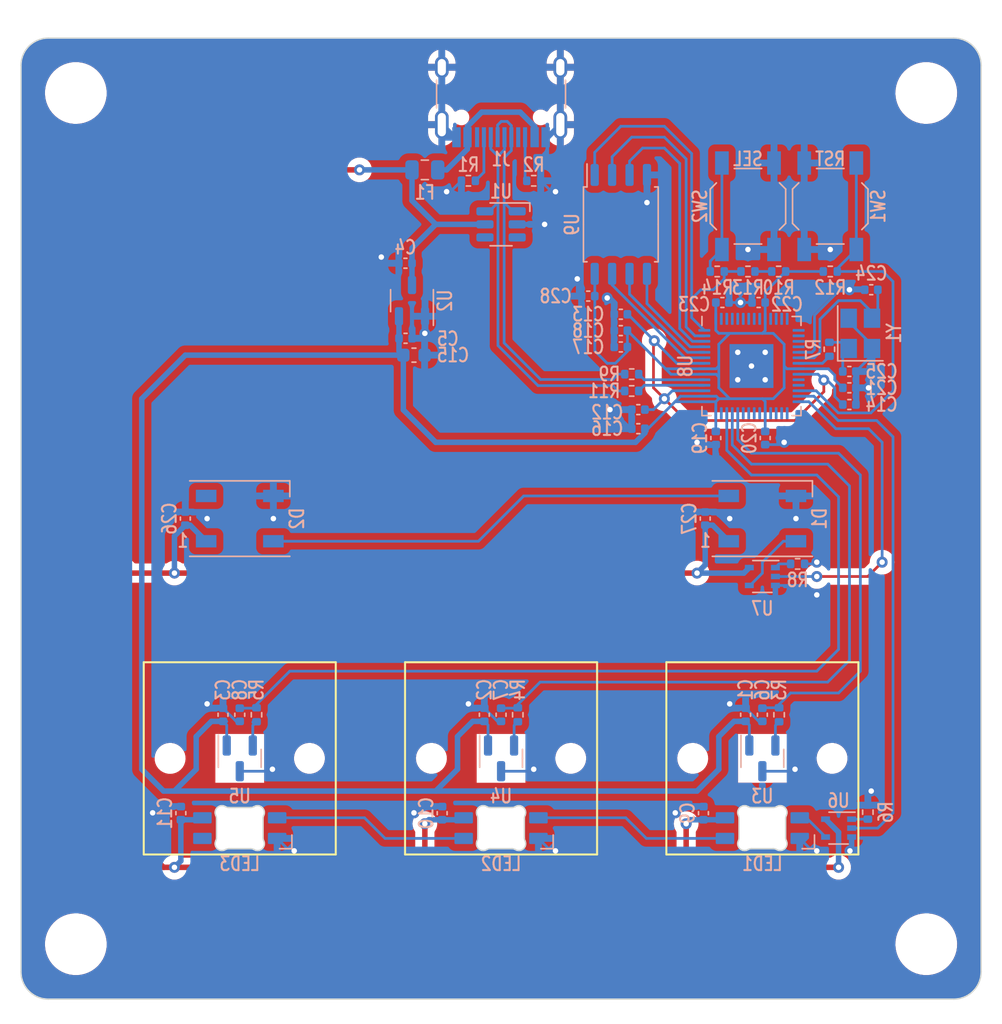
<source format=kicad_pcb>
(kicad_pcb (version 20221018) (generator pcbnew)
  (title_block (title "Haruka (Analog PCB ver.)") (rev "1"))
  (layers (0 "F.Cu" signal) (31 "B.Cu" signal) (34 "B.Paste" user) (35 "F.Paste" user) (36 "B.SilkS" user "B.Silkscreen") (37 "F.SilkS" user "F.Silkscreen") (38 "B.Mask" user) (39 "F.Mask" user) (44 "Edge.Cuts" user))
  (net 0 "")
  (net 1 "+3V3")
  (net 2 "GND")
  (net 3 "+5V")
  (net 4 "HS0")
  (net 5 "HS1")
  (net 6 "HS2")
  (net 7 "+1V1")
  (net 8 "XIN")
  (net 9 "Net-(C25-Pad2)")
  (net 10 "Net-(D1-DIN)")
  (net 11 "Net-(D1-DOUT)")
  (net 13 "VBUS")
  (net 14 "Net-(J1-CC1)")
  (net 15 "D+")
  (net 16 "D-")
  (net 18 "Net-(J1-CC2)")
  (net 20 "Net-(LED1-DOUT)")
  (net 21 "Net-(LED1-DIN)")
  (net 22 "Net-(LED2-DOUT)")
  (net 23 "Net-(U8-USB_DP)")
  (net 25 "Net-(U3-OUT)")
  (net 26 "Net-(U4-OUT)")
  (net 27 "Net-(U5-OUT)")
  (net 28 "Net-(R6-Pad1)")
  (net 29 "Net-(R10-Pad2)")
  (net 30 "Net-(R8-Pad1)")
  (net 31 "XOUT")
  (net 32 "Net-(U8-USB_DM)")
  (net 33 "Net-(R14-Pad1)")
  (net 34 "RGB_HS")
  (net 35 "RESET")
  (net 36 "Q_SEL")
  (net 42 "RGB_GLOW")
  (net 55 "SWCLK")
  (net 56 "SWD")
  (net 67 "Q_IO3")
  (net 68 "Q_CLK")
  (net 69 "Q_IO0")
  (net 70 "Q_IO2")
  (net 71 "Q_IO1")
  (footprint "Custom:KS-20-1U-DRV5056" (layer "F.Cu") (at 69.85 68.2625)
    (fp_text reference "U3")
    (fp_text value "DRV5056A3xDBZxQ1" hide)
  )
  (footprint "MountingHole:MountingHole_4mm" (layer "F.Cu") (at 19.8 19.8)
    (fp_text reference "H1" hide)
    (fp_text value "Mounting Hole")
  )
  (footprint "MountingHole:MountingHole_4mm" (layer "F.Cu") (at 81.8 19.8)
    (fp_text reference "H2" hide)
    (fp_text value "Mounting Hole")
  )
  (footprint "Custom:KS-20-1U-DRV5056" (layer "F.Cu") (at 50.8 68.2625)
    (fp_text reference "U4")
    (fp_text value "DRV5056A3xDBZxQ1" hide)
  )
  (footprint "MountingHole:MountingHole_4mm" (layer "F.Cu") (at 19.8 81.8)
    (fp_text reference "H3" hide)
    (fp_text value "Mounting Hole")
  )
  (footprint "MountingHole:MountingHole_4mm" (layer "F.Cu") (at 81.8 81.8)
    (fp_text reference "H4" hide)
    (fp_text value "Mounting Hole")
  )
  (footprint "Custom:KS-20-1U-DRV5056" (layer "F.Cu") (at 31.749984 68.2625)
    (fp_text reference "U5")
    (fp_text value "DRV5056A3xDBZxQ1" hide)
  )
  (footprint "Package_SO:SOIC-8_5.23x5.23mm_P1.27mm" (layer "B.Cu") (at 59.53125 29.36875 -90)
    (fp_text reference "U9")
    (fp_text value "W25Q128JVS")
  )
  (footprint "Capacitor_SMD:C_0402_1005Metric" (layer "B.Cu") (at 49.579995 65.0875 90)
    (fp_text reference "C2")
    (fp_text value "1uF")
  )
  (footprint "Fuse:Fuse_0805_2012Metric" (layer "B.Cu") (at 45.24375 25.4)
    (fp_text reference "F1")
    (fp_text value "500mA")
  )
  (footprint "Capacitor_SMD:C_0402_1005Metric" (layer "B.Cu") (at 46.505346 72.253806 -90)
    (fp_text reference "C10")
    (fp_text value "100nF")
  )
  (footprint "Resistor_SMD:R_0402_1005Metric" (layer "B.Cu") (at 66.559358 32.8)
    (fp_text reference "R14")
    (fp_text value "1k")
  )
  (footprint "Capacitor_SMD:C_0402_1005Metric" (layer "B.Cu") (at 60.805 42.8625 180)
    (fp_text reference "C12")
    (fp_text value "1uF")
  )
  (footprint "LED_SMD:LED_WS2812B_PLCC4_5.0x5.0mm_P3.2mm" (layer "B.Cu") (at 31.75 50.8)
    (fp_text reference "D2")
    (fp_text value "WS2812B")
  )
  (footprint "Capacitor_SMD:C_0402_1005Metric" (layer "B.Cu") (at 70.05625 44.93 -90)
    (fp_text reference "C20")
    (fp_text value "100nF")
  )
  (footprint "Capacitor_SMD:C_0402_1005Metric" (layer "B.Cu") (at 60.805 44.251557 180)
    (fp_text reference "C16")
    (fp_text value "1uF")
  )
  (footprint "Capacitor_SMD:C_0603_1608Metric" (layer "B.Cu") (at 44.45 38.89375)
    (fp_text reference "C15")
    (fp_text value "10uF")
  )
  (footprint "Capacitor_SMD:C_0402_1005Metric" (layer "B.Cu") (at 76.190543 40.084366 180)
    (fp_text reference "C25")
    (fp_text value "22pF")
  )
  (footprint "Capacitor_SMD:C_0402_1005Metric" (layer "B.Cu") (at 69.57625 35.061382 180)
    (fp_text reference "C22")
    (fp_text value "100nF")
  )
  (footprint "Resistor_SMD:R_0402_1005Metric" (layer "B.Cu") (at 74.8 32.8)
    (fp_text reference "R12")
    (fp_text value "5k1")
  )
  (footprint "Resistor_SMD:R_0402_1005Metric" (layer "B.Cu") (at 48.41875 26.19375 180)
    (fp_text reference "R1")
    (fp_text value "5k1")
  )
  (footprint "Crystal:Crystal_SMD_3225-4Pin_3.2x2.5mm" (layer "B.Cu") (at 76.99375 37.30625 90)
    (fp_text reference "Y1")
    (fp_text value "12MHz")
  )
  (footprint "Package_TO_SOT_SMD:SOT-353_SC-70-5" (layer "B.Cu") (at 69.85 55.017102 180)
    (fp_text reference "U7")
    (fp_text value "74AHCT1G125")
  )
  (footprint "Capacitor_SMD:C_0402_1005Metric" (layer "B.Cu") (at 65.682825 50.8 -90)
    (fp_text reference "C27")
    (fp_text value "100nF")
  )
  (footprint "Capacitor_SMD:C_0402_1005Metric" (layer "B.Cu") (at 59.53125 38.298427 180)
    (fp_text reference "C17")
    (fp_text value "100nF")
  )
  (footprint "Package_TO_SOT_SMD:SOT-23-3" (layer "B.Cu") (at 44.30625 34.925 90)
    (fp_text reference "U2")
    (fp_text value "XC6206P332MR")
  )
  (footprint "Capacitor_SMD:C_0402_1005Metric" (layer "B.Cu") (at 69.85 65.0875 90)
    (fp_text reference "C6")
    (fp_text value "1uF")
  )
  (footprint "Resistor_SMD:R_0402_1005Metric" (layer "B.Cu") (at 71.070005 65.0875 90)
    (fp_text reference "R3")
    (fp_text value "100")
  )
  (footprint "PCM_marbastlib-various:SOT-23-6-routable" (layer "B.Cu") (at 50.8 29.36875 180)
    (fp_text reference "U1")
    (fp_text value "SRV05-4")
  )
  (footprint "Resistor_SMD:R_0402_1005Metric" (layer "B.Cu") (at 77.540316 72.1825 90)
    (fp_text reference "R6")
    (fp_text value "1k")
  )
  (footprint "Capacitor_SMD:C_0402_1005Metric" (layer "B.Cu") (at 57.152335 34.59375 180)
    (fp_text reference "C28")
    (fp_text value "1uF")
  )
  (footprint "Capacitor_SMD:C_0402_1005Metric" (layer "B.Cu") (at 50.8 65.0875 90)
    (fp_text reference "C7")
    (fp_text value "1uF")
  )
  (footprint "Capacitor_SMD:C_0402_1005Metric" (layer "B.Cu") (at 59.53125 37.107801 180)
    (fp_text reference "C18")
    (fp_text value "100nF")
  )
  (footprint "Capacitor_SMD:C_0402_1005Metric" (layer "B.Cu") (at 59.53125 35.917175 180)
    (fp_text reference "C13")
    (fp_text value "100nF")
  )
  (footprint "Capacitor_SMD:C_0402_1005Metric" (layer "B.Cu") (at 66.45625 44.93 -90)
    (fp_text reference "C19")
    (fp_text value "100nF")
  )
  (footprint "Button_Switch_SMD:SW_SPST_TL3342" (layer "B.Cu") (at 68.8 28.05 90)
    (fp_text reference "SW2")
    (fp_text value "SW_Push")
  )
  (footprint "Resistor_SMD:R_0402_1005Metric" (layer "B.Cu") (at 60.325 40.277929)
    (fp_text reference "R9")
    (fp_text value "27")
  )
  (footprint "Capacitor_SMD:C_0402_1005Metric" (layer "B.Cu") (at 65.555346 72.253806 -90)
    (fp_text reference "C9")
    (fp_text value "100nF")
  )
  (footprint "Capacitor_SMD:C_0402_1005Metric" (layer "B.Cu") (at 43.829018 32.2 180)
    (fp_text reference "C4")
    (fp_text value "1uF")
  )
  (footprint "Resistor_SMD:R_0402_1005Metric" (layer "B.Cu") (at 68.8 32.8 180)
    (fp_text reference "R13")
    (fp_text value "5k1")
  )
  (footprint "Resistor_SMD:R_0402_1005Metric" (layer "B.Cu") (at 71.040642 32.8 180)
    (fp_text reference "R10")
    (fp_text value "5k1")
  )
  (footprint "Button_Switch_SMD:SW_SPST_TL3342" (layer "B.Cu") (at 74.8 28.05 -90)
    (fp_text reference "SW1")
    (fp_text value "SW_Push")
  )
  (footprint "Package_TO_SOT_SMD:SOT-353_SC-70-5" (layer "B.Cu") (at 75.40625 73.3425 180)
    (fp_text reference "U6")
    (fp_text value "74AHCT1G125")
  )
  (footprint "Capacitor_SMD:C_0402_1005Metric" (layer "B.Cu") (at 66.93625 35.061382)
    (fp_text reference "C23")
    (fp_text value "100nF")
  )
  (footprint "Capacitor_SMD:C_0402_1005Metric" (layer "B.Cu") (at 77.7875 34.13125)
    (fp_text reference "C24")
    (fp_text value "22pF")
  )
  (footprint "PCM_marbastlib-mx:LED_MX_6028R" (layer "B.Cu") (at 69.85 73.3425 180)
    (fp_text reference "LED1")
    (fp_text value "SK6812MINI-E")
    (fp_line (start -1.699999 0.702843) (end -1.699999 -0.702841) (stroke (width 0.1)) (layer "Edge.Cuts"))
    (fp_line (start -0.794452 -1.499999) (end 0.794452 -1.499999) (stroke (width 0.1)) (layer "Edge.Cuts"))
    (fp_line (start 0.794452 1.5) (end -0.794453 1.5) (stroke (width 0.1)) (layer "Edge.Cuts"))
    (fp_line (start 1.699999 -0.702841) (end 1.699999 0.702843) (stroke (width 0.1)) (layer "Edge.Cuts"))
    (fp_arc (start -1.749484 -0.919719) (mid -1.712527 -0.814067) (end -1.699999 -0.702841) (stroke (width 0.1)) (layer "Edge.Cuts"))
    (fp_arc (start -1.749484 -0.919718) (mid -1.638072 -1.504034) (end -1.046711 -1.568298) (stroke (width 0.1)) (layer "Edge.Cuts"))
    (fp_arc (start -1.699999 0.702844) (mid -1.712527 0.814069) (end -1.749484 0.919721) (stroke (width 0.1)) (layer "Edge.Cuts"))
    (fp_arc (start -1.046711 1.568299) (mid -1.63807 1.504035) (end -1.749484 0.919721) (stroke (width 0.1)) (layer "Edge.Cuts"))
    (fp_arc (start -1.046711 1.568299) (mid -0.925123 1.517377) (end -0.794453 1.5) (stroke (width 0.1)) (layer "Edge.Cuts"))
    (fp_arc (start -0.794452 -1.499999) (mid -0.925123 -1.517376) (end -1.046711 -1.568298) (stroke (width 0.1)) (layer "Edge.Cuts"))
    (fp_arc (start 0.794453 1.500001) (mid 0.925123 1.517378) (end 1.046711 1.5683) (stroke (width 0.1)) (layer "Edge.Cuts"))
    (fp_arc (start 1.04671 -1.568298) (mid 0.925122 -1.517376) (end 0.794452 -1.499999) (stroke (width 0.1)) (layer "Edge.Cuts"))
    (fp_arc (start 1.046711 -1.568296) (mid 1.63807 -1.504033) (end 1.749484 -0.919719) (stroke (width 0.1)) (layer "Edge.Cuts"))
    (fp_arc (start 1.699999 -0.702842) (mid 1.712536 -0.814064) (end 1.749484 -0.919719) (stroke (width 0.1)) (layer "Edge.Cuts"))
    (fp_arc (start 1.749484 0.919721) (mid 1.638072 1.504036) (end 1.046711 1.5683) (stroke (width 0.1)) (layer "Edge.Cuts"))
    (fp_arc (start 1.749484 0.919721) (mid 1.712526 0.814069) (end 1.699999 0.702843) (stroke (width 0.1)) (layer "Edge.Cuts"))
  )
  (footprint "Capacitor_SMD:C_0402_1005Metric" (layer "B.Cu") (at 68.629995 65.0875 90)
    (fp_text reference "C1")
    (fp_text value "1uF")
  )
  (footprint "Resistor_SMD:R_0402_1005Metric" (layer "B.Cu") (at 53.18125 26.19375)
    (fp_text reference "R2")
    (fp_text value "5k1")
  )
  (footprint "PCM_marbastlib-various:USB_C_Receptacle_HRO_TYPE-C-31-M-12" (layer "B.Cu") (at 50.8 18.975)
    (fp_text reference "J1")
    (fp_text value "USB_C_Receptacle_USB2.0")
  )
  (footprint "Resistor_SMD:R_0402_1005Metric" (layer "B.Cu") (at 74.737261 38.46792 -90)
    (fp_text reference "R7")
    (fp_text value "1k")
  )
  (footprint "Capacitor_SMD:C_0402_1005Metric" (layer "B.Cu") (at 76.190543 41.274992)
    (fp_text reference "C21")
    (fp_text value "100nF")
  )
  (footprint "Capacitor_SMD:C_0402_1005Metric" (layer "B.Cu") (at 76.190543 42.490618)
    (fp_text reference "C14")
    (fp_text value "100nF")
  )
  (footprint "Package_DFN_QFN:QFN-56-1EP_7x7mm_P0.4mm_EP3.2x3.2mm" (layer "B.Cu") (at 69.05625 39.6875 -90)
    (fp_text reference "U8")
    (fp_text value "RP2040")
  )
  (footprint "Capacitor_SMD:C_0402_1005Metric" (layer "B.Cu") (at 27.780361 50.8 -90)
    (fp_text reference "C26")
    (fp_text value "100nF")
  )
  (footprint "Resistor_SMD:R_0402_1005Metric" (layer "B.Cu") (at 60.325 41.503222)
    (fp_text reference "R11")
    (fp_text value "27")
  )
  (footprint "PCM_marbastlib-mx:LED_MX_6028R" (layer "B.Cu") (at 31.75 73.3425 180)
    (fp_text reference "LED3")
    (fp_text value "SK6812MINI-E")
    (fp_line (start -1.699999 0.702843) (end -1.699999 -0.702841) (stroke (width 0.1)) (layer "Edge.Cuts"))
    (fp_line (start -0.794452 -1.499999) (end 0.794452 -1.499999) (stroke (width 0.1)) (layer "Edge.Cuts"))
    (fp_line (start 0.794452 1.5) (end -0.794453 1.5) (stroke (width 0.1)) (layer "Edge.Cuts"))
    (fp_line (start 1.699999 -0.702841) (end 1.699999 0.702843) (stroke (width 0.1)) (layer "Edge.Cuts"))
    (fp_arc (start -1.749484 -0.919719) (mid -1.712527 -0.814067) (end -1.699999 -0.702841) (stroke (width 0.1)) (layer "Edge.Cuts"))
    (fp_arc (start -1.749484 -0.919718) (mid -1.638072 -1.504034) (end -1.046711 -1.568298) (stroke (width 0.1)) (layer "Edge.Cuts"))
    (fp_arc (start -1.699999 0.702844) (mid -1.712527 0.814069) (end -1.749484 0.919721) (stroke (width 0.1)) (layer "Edge.Cuts"))
    (fp_arc (start -1.046711 1.568299) (mid -1.63807 1.504035) (end -1.749484 0.919721) (stroke (width 0.1)) (layer "Edge.Cuts"))
    (fp_arc (start -1.046711 1.568299) (mid -0.925123 1.517377) (end -0.794453 1.5) (stroke (width 0.1)) (layer "Edge.Cuts"))
    (fp_arc (start -0.794452 -1.499999) (mid -0.925123 -1.517376) (end -1.046711 -1.568298) (stroke (width 0.1)) (layer "Edge.Cuts"))
    (fp_arc (start 0.794453 1.500001) (mid 0.925123 1.517378) (end 1.046711 1.5683) (stroke (width 0.1)) (layer "Edge.Cuts"))
    (fp_arc (start 1.04671 -1.568298) (mid 0.925122 -1.517376) (end 0.794452 -1.499999) (stroke (width 0.1)) (layer "Edge.Cuts"))
    (fp_arc (start 1.046711 -1.568296) (mid 1.63807 -1.504033) (end 1.749484 -0.919719) (stroke (width 0.1)) (layer "Edge.Cuts"))
    (fp_arc (start 1.699999 -0.702842) (mid 1.712536 -0.814064) (end 1.749484 -0.919719) (stroke (width 0.1)) (layer "Edge.Cuts"))
    (fp_arc (start 1.749484 0.919721) (mid 1.638072 1.504036) (end 1.046711 1.5683) (stroke (width 0.1)) (layer "Edge.Cuts"))
    (fp_arc (start 1.749484 0.919721) (mid 1.712526 0.814069) (end 1.699999 0.702843) (stroke (width 0.1)) (layer "Edge.Cuts"))
  )
  (footprint "Resistor_SMD:R_0402_1005Metric" (layer "B.Cu") (at 52.020005 65.0875 90)
    (fp_text reference "R4")
    (fp_text value "100")
  )
  (footprint "Capacitor_SMD:C_0402_1005Metric" (layer "B.Cu") (at 27.455346 72.253806 -90)
    (fp_text reference "C11")
    (fp_text value "100nF")
  )
  (footprint "Resistor_SMD:R_0402_1005Metric" (layer "B.Cu") (at 72.420483 54.099332)
    (fp_text reference "R8")
    (fp_text value "1k")
  )
  (footprint "LED_SMD:LED_WS2812B_PLCC4_5.0x5.0mm_P3.2mm" (layer "B.Cu") (at 69.85 50.8)
    (fp_text reference "D1")
    (fp_text value "WS2812B")
  )
  (footprint "PCM_marbastlib-mx:LED_MX_6028R" (layer "B.Cu") (at 50.8 73.3425 180)
    (fp_text reference "LED2")
    (fp_text value "SK6812MINI-E")
    (fp_line (start -1.699999 0.702843) (end -1.699999 -0.702841) (stroke (width 0.1)) (layer "Edge.Cuts"))
    (fp_line (start -0.794452 -1.499999) (end 0.794452 -1.499999) (stroke (width 0.1)) (layer "Edge.Cuts"))
    (fp_line (start 0.794452 1.5) (end -0.794453 1.5) (stroke (width 0.1)) (layer "Edge.Cuts"))
    (fp_line (start 1.699999 -0.702841) (end 1.699999 0.702843) (stroke (width 0.1)) (layer "Edge.Cuts"))
    (fp_arc (start -1.749484 -0.919719) (mid -1.712527 -0.814067) (end -1.699999 -0.702841) (stroke (width 0.1)) (layer "Edge.Cuts"))
    (fp_arc (start -1.749484 -0.919718) (mid -1.638072 -1.504034) (end -1.046711 -1.568298) (stroke (width 0.1)) (layer "Edge.Cuts"))
    (fp_arc (start -1.699999 0.702844) (mid -1.712527 0.814069) (end -1.749484 0.919721) (stroke (width 0.1)) (layer "Edge.Cuts"))
    (fp_arc (start -1.046711 1.568299) (mid -1.63807 1.504035) (end -1.749484 0.919721) (stroke (width 0.1)) (layer "Edge.Cuts"))
    (fp_arc (start -1.046711 1.568299) (mid -0.925123 1.517377) (end -0.794453 1.5) (stroke (width 0.1)) (layer "Edge.Cuts"))
    (fp_arc (start -0.794452 -1.499999) (mid -0.925123 -1.517376) (end -1.046711 -1.568298) (stroke (width 0.1)) (layer "Edge.Cuts"))
    (fp_arc (start 0.794453 1.500001) (mid 0.925123 1.517378) (end 1.046711 1.5683) (stroke (width 0.1)) (layer "Edge.Cuts"))
    (fp_arc (start 1.04671 -1.568298) (mid 0.925122 -1.517376) (end 0.794452 -1.499999) (stroke (width 0.1)) (layer "Edge.Cuts"))
    (fp_arc (start 1.046711 -1.568296) (mid 1.63807 -1.504033) (end 1.749484 -0.919719) (stroke (width 0.1)) (layer "Edge.Cuts"))
    (fp_arc (start 1.699999 -0.702842) (mid 1.712536 -0.814064) (end 1.749484 -0.919719) (stroke (width 0.1)) (layer "Edge.Cuts"))
    (fp_arc (start 1.749484 0.919721) (mid 1.638072 1.504036) (end 1.046711 1.5683) (stroke (width 0.1)) (layer "Edge.Cuts"))
    (fp_arc (start 1.749484 0.919721) (mid 1.712526 0.814069) (end 1.699999 0.702843) (stroke (width 0.1)) (layer "Edge.Cuts"))
  )
  (footprint "Capacitor_SMD:C_0402_1005Metric" (layer "B.Cu") (at 30.529995 65.0875 90)
    (fp_text reference "C3")
    (fp_text value "1uF")
  )
  (footprint "Resistor_SMD:R_0402_1005Metric" (layer "B.Cu") (at 32.970005 65.0875 90)
    (fp_text reference "R5")
    (fp_text value "100")
  )
  (footprint "Capacitor_SMD:C_0402_1005Metric" (layer "B.Cu") (at 43.838258 37.667151)
    (fp_text reference "C5")
    (fp_text value "1uF")
  )
  (footprint "Capacitor_SMD:C_0402_1005Metric" (layer "B.Cu") (at 31.75 65.0875 90)
    (fp_text reference "C8")
    (fp_text value "1uF")
  )
  (gr_line (start 83.8 15.8) (end 17.8 15.8) (stroke (width 0.1)) (layer "Edge.Cuts"))
  (gr_arc (start 85.8 83.8) (mid 85.21419 85.214198) (end 83.8 85.8) (stroke (width 0.1)) (layer "Edge.Cuts"))
  (gr_line (start 85.8 17.8) (end 85.8 83.8) (stroke (width 0.1)) (layer "Edge.Cuts"))
  (gr_line (start 83.8 85.8) (end 17.8 85.8) (stroke (width 0.1)) (layer "Edge.Cuts"))
  (gr_arc (start 17.8 85.8) (mid 16.385776 85.214224) (end 15.8 83.8) (stroke (width 0.1)) (layer "Edge.Cuts"))
  (gr_line (start 15.8 83.8) (end 15.8 17.8) (stroke (width 0.1)) (layer "Edge.Cuts"))
  (gr_arc (start 15.8 17.8) (mid 16.385788 16.385788) (end 17.8 15.8) (stroke (width 0.1)) (layer "Edge.Cuts"))
  (gr_arc (start 83.8 15.8) (mid 85.214209 16.385791) (end 85.8 17.8) (stroke (width 0.1)) (layer "Edge.Cuts"))
  (gr_text "SEL" (at 68.8 24.604913) (layer "B.SilkS") (effects (font (size 1 0.8)) (justify mirror)))
  (gr_text "RST" (at 74.8 24.604913) (layer "B.SilkS") (effects (font (size 1 0.8)) (justify mirror)))
  (segment (start 63.479691 42.2875) (end 61.515634 44.251557) (width 0.2) (layer "B.Cu") (net 1))
  (segment (start 43.35625 37.665143) (end 43.358258 37.667151) (width 0.4) (layer "B.Cu") (net 1))
  (segment (start 75.130543 40.694992) (end 75.710543 41.274992) (width 0.2) (layer "B.Cu") (net 1))
  (segment (start 60.01125 37.107801) (end 60.01125 38.298427) (width 0.2) (layer "B.Cu") (net 1))
  (segment (start 70.05625 35.061382) (end 70.05625 34.294392) (width 0.2) (layer "B.Cu") (net 1))
  (segment (start 66.675 38.1) (end 66.675 39.6875) (width 0.2) (layer "B.Cu") (net 1))
  (segment (start 30.8 67.325) (end 30.8 65.837505) (width 0.2) (layer "B.Cu") (net 1))
  (segment (start 46.0375 70.64375) (end 47.625 69.05625) (width 0.4) (layer "B.Cu") (net 1))
  (segment (start 66.475 39.8875) (end 66.675 39.6875) (width 0.2) (layer "B.Cu") (net 1))
  (segment (start 65.0875 70.64375) (end 66.675 69.05625) (width 0.4) (layer "B.Cu") (net 1))
  (segment (start 29.6825 65.5675) (end 30.529995 65.5675) (width 0.4) (layer "B.Cu") (net 1))
  (segment (start 70.05625 36.25) (end 70.05625 35.061382) (width 0.2) (layer "B.Cu") (net 1))
  (segment (start 67.7825 65.5675) (end 68.629995 65.5675) (width 0.4) (layer "B.Cu") (net 1))
  (segment (start 61.515634 44.251557) (end 61.285 44.251557) (width 0.2) (layer "B.Cu") (net 1))
  (segment (start 57.632335 32.974835) (end 57.62625 32.96875) (width 0.2) (layer "B.Cu") (net 1))
  (segment (start 74.661593 39.8875) (end 75.130543 40.35645) (width 0.2) (layer "B.Cu") (net 1))
  (segment (start 66.45625 43.125) (end 66.45625 42.2875) (width 0.2) (layer "B.Cu") (net 1))
  (segment (start 43.675 42.88125) (end 46.0375 45.24375) (width 0.4) (layer "B.Cu") (net 1))
  (segment (start 26.9875 70.64375) (end 28.575 69.05625) (width 0.4) (layer "B.Cu") (net 1))
  (segment (start 66.675 40.48125) (end 66.675 41.275) (width 0.2) (layer "B.Cu") (net 1))
  (segment (start 47.625 66.675) (end 48.7325 65.5675) (width 0.4) (layer "B.Cu") (net 1))
  (segment (start 71.4375 41.275) (end 71.4375 39.6875) (width 0.2) (layer "B.Cu") (net 1))
  (segment (start 66.45625 37.0875) (end 66.675 37.30625) (width 0.2) (layer "B.Cu") (net 1))
  (segment (start 57.632335 38.582335) (end 57.632351 38.582335) (width 0.2) (layer "B.Cu") (net 1))
  (segment (start 75.130543 40.35645) (end 75.130543 40.694992) (width 0.2) (layer "B.Cu") (net 1))
  (segment (start 61.285 44.561556) (end 61.285 44.251557) (width 0.4) (layer "B.Cu") (net 1))
  (segment (start 65.61875 39.8875) (end 62.790949 39.8875) (width 0.2) (layer "B.Cu") (net 1))
  (segment (start 66.675 39.6875) (end 66.675 40.48125) (width 0.2) (layer "B.Cu") (net 1))
  (segment (start 60.01125 38.612185) (end 60.01125 38.298427) (width 0.2) (layer "B.Cu") (net 1))
  (segment (start 63.879691 41.8875) (end 63.479691 42.2875) (width 0.2) (layer "B.Cu") (net 1))
  (segment (start 26.19375 70.64375) (end 26.9875 70.64375) (width 0.4) (layer "B.Cu") (net 1))
  (segment (start 71.6375 39.8875) (end 71.4375 39.6875) (width 0.2) (layer "B.Cu") (net 1))
  (segment (start 43.675 38.89375) (end 27.78125 38.89375) (width 0.4) (layer "B.Cu") (net 1))
  (segment (start 66.675 41.275) (end 67.46875 42.06875) (width 0.2) (layer "B.Cu") (net 1))
  (segment (start 71.4375 39.6875) (end 71.4375 38.1) (width 0.2) (layer "B.Cu") (net 1))
  (segment (start 72.49375 39.8875) (end 71.6375 39.8875) (width 0.2) (layer "B.Cu") (net 1))
  (segment (start 49.840937 67.315937) (end 49.85 67.325) (width 0.2) (layer "B.Cu") (net 1))
  (segment (start 43.675 38.89375) (end 43.675 42.88125) (width 0.4) (layer "B.Cu") (net 1))
  (segment (start 43.35625 36.0625) (end 43.35625 37.665143) (width 0.4) (layer "B.Cu") (net 1))
  (segment (start 66.675 66.675) (end 67.7825 65.5675) (width 0.4) (layer "B.Cu") (net 1))
  (segment (start 70.64375 37.30625) (end 69.85 37.30625) (width 0.2) (layer "B.Cu") (net 1))
  (segment (start 66.49375 41.8875) (end 65.61875 41.8875) (width 0.2) (layer "B.Cu") (net 1))
  (segment (start 66.45625 36.25) (end 66.45625 37.0875) (width 0.2) (layer "B.Cu") (net 1))
  (segment (start 66.675 37.30625) (end 67.46875 37.30625) (width 0.2) (layer "B.Cu") (net 1))
  (segment (start 69.85 37.30625) (end 67.46875 37.30625) (width 0.2) (layer "B.Cu") (net 1))
  (segment (start 27.78125 38.89375) (end 24.60625 42.06875) (width 0.4) (layer "B.Cu") (net 1))
  (segment (start 71.550642 32.8) (end 74.29 32.8) (width 0.2) (layer "B.Cu") (net 1))
  (segment (start 66.45625 35.061382) (end 66.45625 36.25) (width 0.2) (layer "B.Cu") (net 1))
  (segment (start 70.05625 36.25) (end 70.05625 37.1) (width 0.2) (layer "B.Cu") (net 1))
  (segment (start 65.61875 40.2875) (end 66.48125 40.2875) (width 0.2) (layer "B.Cu") (net 1))
  (segment (start 43.358258 37.667151) (end 43.358258 38.577008) (width 0.4) (layer "B.Cu") (net 1))
  (segment (start 70.05625 37.1) (end 69.85 37.30625) (width 0.2) (layer "B.Cu") (net 1))
  (segment (start 70.05625 43.125) (end 70.05625 42.275) (width 0.2) (layer "B.Cu") (net 1))
  (segment (start 49.85 65.837505) (end 49.579995 65.5675) (width 0.2) (layer "B.Cu") (net 1))
  (segment (start 30.8 65.837505) (end 30.529995 65.5675) (width 0.2) (layer "B.Cu") (net 1))
  (segment (start 70.05625 42.275) (end 69.85 42.06875) (width 0.2) (layer "B.Cu") (net 1))
  (segment (start 65.61875 42.2875) (end 66.45625 42.2875) (width 0.2) (layer "B.Cu") (net 1))
  (segment (start 71.4375 38.1) (end 70.64375 37.30625) (width 0.2) (layer "B.Cu") (net 1))
  (segment (start 66.45625 43.125) (end 66.45625 44.45) (width 0.2) (layer "B.Cu") (net 1))
  (segment (start 67.46875 42.06875) (end 69.85 42.06875) (width 0.2) (layer "B.Cu") (net 1))
  (segment (start 24.60625 69.05625) (end 26.19375 70.64375) (width 0.4) (layer "B.Cu") (net 1))
  (segment (start 66.48125 40.2875) (end 66.675 40.48125) (width 0.2) (layer "B.Cu") (net 1))
  (segment (start 63.190949 40.2875) (end 62.790949 39.8875) (width 0.2) (layer "B.Cu") (net 1))
  (segment (start 67.46875 37.30625) (end 66.675 38.1) (width 0.2) (layer "B.Cu") (net 1))
  (segment (start 28.575 69.05625) (end 28.575 66.675) (width 0.4) (layer "B.Cu") (net 1))
  (segment (start 46.0375 45.24375) (end 60.602806 45.24375) (width 0.4) (layer "B.Cu") (net 1))
  (segment (start 68.9 65.837505) (end 68.629995 65.5675) (width 0.2) (layer "B.Cu") (net 1))
  (segment (start 28.575 66.675) (end 29.6825 65.5675) (width 0.4) (layer "B.Cu") (net 1))
  (segment (start 69.85 42.06875) (end 70.64375 42.06875) (width 0.2) (layer "B.Cu") (net 1))
  (segment (start 70.05625 34.294392) (end 71.550642 32.8) (width 0.2) (layer "B.Cu") (net 1))
  (segment (start 65.61875 42.2875) (end 63.479691 42.2875) (width 0.2) (layer "B.Cu") (net 1))
  (segment (start 65.61875 39.8875) (end 66.475 39.8875) (width 0.2) (layer "B.Cu") (net 1))
  (segment (start 68.890937 67.315937) (end 68.9 67.325) (width 0.2) (layer "B.Cu") (net 1))
  (segment (start 43.358258 38.577008) (end 43.675 38.89375) (width 0.4) (layer "B.Cu") (net 1))
  (segment (start 62.790949 39.8875) (end 60.01125 37.107801) (width 0.2) (layer "B.Cu") (net 1))
  (segment (start 65.61875 40.2875) (end 63.190949 40.2875) (width 0.2) (layer "B.Cu") (net 1))
  (segment (start 66.45625 42.2875) (end 66.675 42.06875) (width 0.2) (layer "B.Cu") (net 1))
  (segment (start 24.60625 42.06875) (end 24.60625 69.05625) (width 0.4) (layer "B.Cu") (net 1))
  (segment (start 57.632335 38.582335) (end 57.632335 34.59375) (width 0.2) (layer "B.Cu") (net 1))
  (segment (start 57.632335 34.59375) (end 57.632335 32.974835) (width 0.2) (layer "B.Cu") (net 1))
  (segment (start 72.49375 39.8875) (end 74.661593 39.8875) (width 0.2) (layer "B.Cu") (net 1))
  (segment (start 26.9875 70.64375) (end 46.0375 70.64375) (width 0.4) (layer "B.Cu") (net 1))
  (segment (start 48.7325 65.5675) (end 49.579995 65.5675) (width 0.4) (layer "B.Cu") (net 1))
  (segment (start 70.05625 44.45) (end 70.05625 43.125) (width 0.2) (layer "B.Cu") (net 1))
  (segment (start 66.675 69.05625) (end 66.675 66.675) (width 0.4) (layer "B.Cu") (net 1))
  (segment (start 66.675 42.06875) (end 67.46875 42.06875) (width 0.2) (layer "B.Cu") (net 1))
  (segment (start 68.9 67.325) (end 68.9 65.837505) (width 0.2) (layer "B.Cu") (net 1))
  (segment (start 59.134382 39.489053) (end 60.01125 38.612185) (width 0.2) (layer "B.Cu") (net 1))
  (segment (start 58.539069 39.489053) (end 59.134382 39.489053) (width 0.2) (layer "B.Cu") (net 1))
  (segment (start 49.85 67.325) (end 49.85 65.837505) (width 0.2) (layer "B.Cu") (net 1))
  (segment (start 57.632351 38.582335) (end 58.539069 39.489053) (width 0.2) (layer "B.Cu") (net 1))
  (segment (start 30.8 65.576563) (end 30.790937 65.5675) (width 0.2) (layer "B.Cu") (net 1))
  (segment (start 60.602806 45.24375) (end 61.285 44.561556) (width 0.4) (layer "B.Cu") (net 1))
  (segment (start 65.61875 41.8875) (end 63.879691 41.8875) (width 0.2) (layer "B.Cu") (net 1))
  (segment (start 70.64375 42.06875) (end 71.4375 41.275) (width 0.2) (layer "B.Cu") (net 1))
  (segment (start 47.625 69.05625) (end 47.625 66.675) (width 0.4) (layer "B.Cu") (net 1))
  (segment (start 46.0375 70.64375) (end 65.0875 70.64375) (width 0.4) (layer "B.Cu") (net 1))
  (segment (start 66.675 42.06875) (end 66.49375 41.8875) (width 0.2) (layer "B.Cu") (net 1))
  (via (at 73.81875 75) (size 0.8) (drill 0.4) (layers "F.Cu" "B.Cu") (net 2))
  (via (at 68.25625 35.061382) (size 0.8) (drill 0.4) (layers "F.Cu" "B.Cu") (net 2))
  (via (at 65.0875 45.24375) (size 0.8) (drill 0.4) (layers "F.Cu" "B.Cu") (net 2))
  (via (at 29.36875 64.29375) (size 0.8) (drill 0.4) (layers "F.Cu" "B.Cu") (net 2))
  (via (at 72.23125 69.05625) (size 0.8) (drill 0.4) (layers "F.Cu" "B.Cu") (net 2))
  (via (at 77.589085 41.274992) (size 0.8) (drill 0.4) (layers "F.Cu" "B.Cu") (net 2))
  (via (at 71.4375 45.24375) (size 0.8) (drill 0.4) (layers "F.Cu" "B.Cu") (net 2))
  (via (at 68.05625 40.6875) (size 0.8) (drill 0.4) (layers "F.Cu" "B.Cu") (net 2))
  (via (at 58.7375 42.8625) (size 0.8) (drill 0.4) (layers "F.Cu" "B.Cu") (net 2))
  (via (at 44.45 72.23125) (size 0.8) (drill 0.4) (layers "F.Cu" "B.Cu") (net 2))
  (via (at 77.7875 70.64375) (size 0.8) (drill 0.4) (layers "F.Cu" "B.Cu") (net 2))
  (via (at 35.71875 75) (size 0.8) (drill 0.4) (layers "F.Cu" "B.Cu") (net 2))
  (via (at 70.05625 38.6875) (size 0.8) (drill 0.4) (layers "F.Cu" "B.Cu") (net 2))
  (via (at 61.43625 27.78125) (size 0.8) (drill 0.4) (layers "F.Cu" "B.Cu") (net 2))
  (via (at 45.24375 37.30625) (size 0.8) (drill 0.4) (layers "F.Cu" "B.Cu") (net 2))
  (via (at 56.35625 33.3375) (size 0.8) (drill 0.4) (layers "F.Cu" "B.Cu") (net 2))
  (via (at 76.23404 75) (size 0.8) (drill 0.4) (layers "F.Cu" "B.Cu") (net 2))
  (via (at 68.8 31.2) (size 0.8) (drill 0.4) (layers "F.Cu" "B.Cu") (net 2))
  (via (at 34.2 50.8) (size 0.8) (drill 0.4) (layers "F.Cu" "B.Cu") (net 2))
  (via (at 58.539069 34.726549) (size 0.8) (drill 0.4) (layers "F.Cu" "B.Cu") (net 2))
  (via (at 67.46875 64.29375) (size 0.8) (drill 0.4) (layers "F.Cu" "B.Cu") (net 2))
  (via (at 54.76875 75) (size 0.8) (drill 0.4) (layers "F.Cu" "B.Cu") (net 2))
  (via (at 54.76875 26.9875) (size 0.8) (drill 0.4) (layers "F.Cu" "B.Cu") (net 2))
  (via (at 34.13125 69.05625) (size 0.8) (drill 0.4) (layers "F.Cu" "B.Cu") (net 2))
  (via (at 29.368732 50.8) (size 0.8) (drill 0.4) (layers "F.Cu" "B.Cu") (net 2))
  (via (at 68.05625 38.6875) (size 0.8) (drill 0.4) (layers "F.Cu" "B.Cu") (net 2))
  (via (at 48.41875 64.29375) (size 0.8) (drill 0.4) (layers "F.Cu" "B.Cu") (net 2))
  (via (at 73.81875 56.35625) (size 0.8) (drill 0.4) (layers "F.Cu" "B.Cu") (net 2))
  (via (at 53.18125 69.05625) (size 0.8) (drill 0.4) (layers "F.Cu" "B.Cu") (net 2))
  (via (at 69.05625 39.6875) (size 0.8) (drill 0.4) (layers "F.Cu" "B.Cu") (net 2))
  (via (at 74.8 31.2) (size 0.8) (drill 0.4) (layers "F.Cu" "B.Cu") (net 2))
  (via (at 76.2 34.13125) (size 0.8) (drill 0.4) (layers "F.Cu" "B.Cu") (net 2))
  (via (at 42.06875 31.75) (size 0.8) (drill 0.4) (layers "F.Cu" "B.Cu") (net 2))
  (via (at 63.5 72.23125) (size 0.8) (drill 0.4) (layers "F.Cu" "B.Cu") (net 2))
  (via (at 25.4 72.23125) (size 0.8) (drill 0.4) (layers "F.Cu" "B.Cu") (net 2))
  (via (at 46.83125 26.9875) (size 0.8) (drill 0.4) (layers "F.Cu" "B.Cu") (net 2))
  (via (at 67.468764 50.8) (size 0.8) (drill 0.4) (layers "F.Cu" "B.Cu") (net 2))
  (via (at 72.3 50.8) (size 0.8) (drill 0.4) (layers "F.Cu" "B.Cu") (net 2))
  (via (at 70.05625 40.6875) (size 0.8) (drill 0.4) (layers "F.Cu" "B.Cu") (net 2))
  (via (at 53.975 29.36875) (size 0.8) (drill 0.4) (layers "F.Cu" "B.Cu") (net 2))
  (via (at 73.81875 53.975) (size 0.8) (drill 0.4) (layers "F.Cu" "B.Cu") (net 2))
  (segment (start 56.35625 34.277665) (end 56.35625 33.3375) (width 0.2) (layer "B.Cu") (net 2))
  (segment (start 73.4825 75) (end 73.81875 75) (width 0.2) (layer "B.Cu") (net 2))
  (segment (start 50.8 65.5675) (end 50.539995 65.5675) (width 0.2) (layer "B.Cu") (net 2))
  (segment (start 45.25625 36.0625) (end 45.25625 37.29375) (width 0.4) (layer "B.Cu") (net 2))
  (segment (start 35.3825 75) (end 35.71875 75) (width 0.2) (layer "B.Cu") (net 2))
  (segment (start 27.780361 50.32) (end 28.888732 50.32) (width 0.4) (layer "B.Cu") (net 2))
  (segment (start 50.539995 65.5675) (end 49.579995 64.6075) (width 0.2) (layer "B.Cu") (net 2))
  (segment (start 53.0375 69.2) (end 53.18125 69.05625) (width 0.2) (layer "B.Cu") (net 2))
  (segment (start 77.3075 34.13125) (end 76.2 34.13125) (width 0.2) (layer "B.Cu") (net 2))
  (segment (start 25.857444 71.773806) (end 25.4 72.23125) (width 0.2) (layer "B.Cu") (net 2))
  (segment (start 72.575 74.0925) (end 73.4825 75) (width 0.2) (layer "B.Cu") (net 2))
  (segment (start 73.694418 54.099332) (end 73.81875 53.975) (width 0.2) (layer "B.Cu") (net 2))
  (segment (start 60.325 44.251557) (end 60.126557 44.251557) (width 0.4) (layer "B.Cu") (net 2))
  (segment (start 53.525 74.0925) (end 54.4325 75) (width 0.2) (layer "B.Cu") (net 2))
  (segment (start 45.225 38.89375) (end 45.225 37.325) (width 0.4) (layer "B.Cu") (net 2))
  (segment (start 69.85 65.5675) (end 69.589995 65.5675) (width 0.2) (layer "B.Cu") (net 2))
  (segment (start 47.395 23.02) (end 46.48 22.105) (width 0.4) (layer "B.Cu") (net 2))
  (segment (start 70.05625 45.41) (end 71.27125 45.41) (width 0.2) (layer "B.Cu") (net 2))
  (segment (start 76.670543 42.490618) (end 76.670543 41.274992) (width 0.2) (layer "B.Cu") (net 2))
  (segment (start 61.43625 25.76875) (end 61.43625 27.78125) (width 0.2) (layer "B.Cu") (net 2))
  (segment (start 31.75 69.2) (end 33.9875 69.2) (width 0.2) (layer "B.Cu") (net 2))
  (segment (start 77.84375 38.911159) (end 77.84375 38.40625) (width 0.2) (layer "B.Cu") (net 2))
  (segment (start 67.41625 35.061382) (end 68.25625 35.061382) (width 0.2) (layer "B.Cu") (net 2))
  (segment (start 56.672335 34.59375) (end 56.35625 34.277665) (width 0.2) (layer "B.Cu") (net 2))
  (segment (start 60.126557 44.251557) (end 58.7375 42.8625) (width 0.4) (layer "B.Cu") (net 2))
  (segment (start 59.05125 37.107801) (end 59.05125 35.917175) (width 0.2) (layer "B.Cu") (net 2))
  (segment (start 66.988764 50.32) (end 67.468764 50.8) (width 0.4) (layer "B.Cu") (net 2))
  (segment (start 59.05125 35.23873) (end 58.539069 34.726549) (width 0.2) (layer "B.Cu") (net 2))
  (segment (start 43.349018 32.2) (end 42.51875 32.2) (width 0.4) (layer "B.Cu") (net 2))
  (segment (start 50.8 65.5675) (end 50.8 65.566563) (width 0.2) (layer "B.Cu") (net 2))
  (segment (start 77.540316 70.890934) (end 77.7875 70.64375) (width 0.2) (layer "B.Cu") (net 2))
  (segment (start 76.14375 36.20625) (end 76.14375 36.45625) (width 0.2) (layer "B.Cu") (net 2))
  (segment (start 34.2 49.15) (end 34.2 50.8) (width 0.2) (layer "B.Cu") (net 2))
  (segment (start 75.50283 34.13125) (end 76.2 34.13125) (width 0.2) (layer "B.Cu") (net 2))
  (segment (start 30.529995 64.6075) (end 29.6825 64.6075) (width 0.2) (layer "B.Cu") (net 2))
  (segment (start 70.7 31.2) (end 68.8 31.2) (width 0.2) (layer "B.Cu") (net 2))
  (segment (start 34.475 74.0925) (end 35.3825 75) (width 0.2) (layer "B.Cu") (net 2))
  (segment (start 47.115 26.9875) (end 46.83125 26.9875) (width 0.2) (layer "B.Cu") (net 2))
  (segment (start 47.90875 26.19375) (end 47.115 26.9875) (width 0.2) (layer "B.Cu") (net 2))
  (segment (start 69.85 65.5675) (end 69.85 65.566563) (width 0.2) (layer "B.Cu") (net 2))
  (segment (start 70.8 55.667102) (end 73.129602 55.667102) (width 0.2) (layer "B.Cu") (net 2))
  (segment (start 46.505346 71.773806) (end 44.907444 71.773806) (width 0.2) (layer "B.Cu") (net 2))
  (segment (start 72.9 31.2) (end 74.8 31.2) (width 0.2) (layer "B.Cu") (net 2))
  (segment (start 60.325 44.251557) (end 60.325 42.8625) (width 0.4) (layer "B.Cu") (net 2))
  (segment (start 76.670543 40.084366) (end 77.84375 38.911159) (width 0.2) (layer "B.Cu") (net 2))
  (segment (start 54.4325 75) (end 54.76875 75) (width 0.2) (layer "B.Cu") (net 2))
  (segment (start 73.651187 35.982893) (end 75.50283 34.13125) (width 0.2) (layer "B.Cu") (net 2))
  (segment (start 46.48 22.105) (end 46.48 17.925) (width 0.4) (layer "B.Cu") (net 2))
  (segment (start 31.489995 65.5675) (end 30.529995 64.6075) (width 0.2) (layer "B.Cu") (net 2))
  (segment (start 65.25375 45.41) (end 65.0875 45.24375) (width 0.2) (layer "B.Cu") (net 2))
  (segment (start 66.45625 45.41) (end 65.25375 45.41) (width 0.2) (layer "B.Cu") (net 2))
  (segment (start 65.682825 50.32) (end 66.988764 50.32) (width 0.4) (layer "B.Cu") (net 2))
  (segment (start 76.35625 73.9925) (end 76.35625 74.87779) (width 0.2) (layer "B.Cu") (net 2))
  (segment (start 44.907444 71.773806) (end 44.45 72.23125) (width 0.2) (layer "B.Cu") (net 2))
  (segment (start 54.05 23.02) (end 54.205 23.02) (width 0.4) (layer "B.Cu") (net 2))
  (segment (start 71.27125 45.41) (end 71.4375 45.24375) (width 0.2) (layer "B.Cu") (net 2))
  (segment (start 45.25625 37.29375) (end 45.24375 37.30625) (width 0.4) (layer "B.Cu") (net 2))
  (segment (start 76.14375 36.45625) (end 77.84375 38.15625) (width 0.2) (layer "B.Cu") (net 2))
  (segment (start 31.75 65.5675) (end 31.489995 65.5675) (width 0.2) (layer "B.Cu") (net 2))
  (segment (start 70.7 24.9) (end 70.7 31.2) (width 0.2) (layer "B.Cu") (net 2))
  (segment (start 29.6825 64.6075) (end 29.36875 64.29375) (width 0.2) (layer "B.Cu") (net 2))
  (segment (start 76.670543 41.274992) (end 77.589085 41.274992) (width 0.2) (layer "B.Cu") (net 2))
  (segment (start 76.35625 74.87779) (end 76.23404 75) (width 0.2) (layer "B.Cu") (net 2))
  (segment (start 59.05125 38.298427) (end 59.05125 37.107801) (width 0.2) (layer "B.Cu") (net 2))
  (segment (start 77.540316 71.6725) (end 77.540316 70.890934) (width 0.2) (layer "B.Cu") (net 2))
  (segment (start 73.651187 38.495627) (end 73.651187 35.982893) (width 0.2) (layer "B.Cu") (net 2))
  (segment (start 33.9875 69.2) (end 34.13125 69.05625) (width 0.2) (layer "B.Cu") (net 2))
  (segment (start 72.9 31.2) (end 72.9 24.9) (width 0.2) (layer "B.Cu") (net 2))
  (segment (start 72.49375 38.6875) (end 73.459314 38.6875) (width 0.2) (layer "B.Cu") (net 2))
  (segment (start 67.7825 64.6075) (end 67.46875 64.29375) (width 0.2) (layer "B.Cu") (net 2))
  (segment (start 45.225 37.325) (end 45.24375 37.30625) (width 0.4) (layer "B.Cu") (net 2))
  (segment (start 76.670543 40.084366) (end 76.670543 41.274992) (width 0.2) (layer "B.Cu") (net 2))
  (segment (start 28.888732 50.32) (end 29.368732 50.8) (width 0.4) (layer "B.Cu") (net 2))
  (segment (start 69.589995 65.5675) (end 68.629995 64.6075) (width 0.2) (layer "B.Cu") (net 2))
  (segment (start 44.882849 37.667151) (end 45.24375 37.30625) (width 0.4) (layer "B.Cu") (net 2))
  (segment (start 76.670543 39.959446) (end 76.83734 39.959446) (width 0.2) (layer "B.Cu") (net 2))
  (segment (start 54.485 26.9875) (end 54.76875 26.9875) (width 0.2) (layer "B.Cu") (net 2))
  (segment (start 65.555346 71.773806) (end 63.957444 71.773806) (width 0.2) (layer "B.Cu") (net 2))
  (segment (start 49.579995 64.6075) (end 48.7325 64.6075) (width 0.2) (layer "B.Cu") (net 2))
  (segment (start 54.205 23.02) (end 55.12 22.105) (width 0.4) (layer "B.Cu") (net 2))
  (segment (start 63.957444 71.773806) (end 63.5 72.23125) (width 0.2) (layer "B.Cu") (net 2))
  (segment (start 73.459314 38.6875) (end 73.651187 38.495627) (width 0.2) (layer "B.Cu") (net 2))
  (segment (start 55.12 22.105) (end 55.12 17.925) (width 0.4) (layer "B.Cu") (net 2))
  (segment (start 73.129602 55.667102) (end 73.81875 56.35625) (width 0.2) (layer "B.Cu") (net 2))
  (segment (start 68.629995 64.6075) (end 67.7825 64.6075) (width 0.2) (layer "B.Cu") (net 2))
  (segment (start 72.0875 69.2) (end 72.23125 69.05625) (width 0.2) (layer "B.Cu") (net 2))
  (segment (start 72.3 49.15) (end 72.3 50.8) (width 0.2) (layer "B.Cu") (net 2))
  (segment (start 31.75 65.5675) (end 31.75 65.566563) (width 0.2) (layer "B.Cu") (net 2))
  (segment (start 72.930483 54.099332) (end 73.694418 54.099332) (width 0.2) (layer "B.Cu") (net 2))
  (segment (start 51.975 29.36875) (end 53.975 29.36875) (width 0.2) (layer "B.Cu") (net 2))
  (segment (start 47.55 23.02) (end 47.395 23.02) (width 0.4) (layer "B.Cu") (net 2))
  (segment (start 53.69125 26.19375) (end 54.485 26.9875) (width 0.2) (layer "B.Cu") (net 2))
  (segment (start 48.7325 64.6075) (end 48.41875 64.29375) (width 0.2) (layer "B.Cu") (net 2))
  (segment (start 77.84375 38.15625) (end 77.84375 38.40625) (width 0.2) (layer "B.Cu") (net 2))
  (segment (start 44.318258 37.667151) (end 44.882849 37.667151) (width 0.4) (layer "B.Cu") (net 2))
  (segment (start 46.48 17.925) (end 55.12 17.925) (width 0.4) (layer "B.Cu") (net 2))
  (segment (start 59.05125 35.917175) (end 59.05125 35.23873) (width 0.2) (layer "B.Cu") (net 2))
  (segment (start 69.85 69.2) (end 72.0875 69.2) (width 0.2) (layer "B.Cu") (net 2))
  (segment (start 27.455346 71.773806) (end 25.857444 71.773806) (width 0.2) (layer "B.Cu") (net 2))
  (segment (start 42.51875 32.2) (end 42.06875 31.75) (width 0.4) (layer "B.Cu") (net 2))
  (segment (start 60.325 42.8625) (end 58.7375 42.8625) (width 0.4) (layer "B.Cu") (net 2))
  (segment (start 50.8 69.2) (end 53.0375 69.2) (width 0.2) (layer "B.Cu") (net 2))
  (segment (start 69.09625 35.061382) (end 68.25625 35.061382) (width 0.2) (layer "B.Cu") (net 2))
  (segment (start 63.301573 76.2) (end 64.29375 76.2) (width 0.4) (layer "F.Cu") (net 3))
  (segment (start 26.9875 54.76875) (end 65.0875 54.76875) (width 0.4) (layer "F.Cu") (net 3))
  (segment (start 23.01875 54.76875) (end 23.01875 73.025) (width 0.4) (layer "F.Cu") (net 3))
  (segment (start 44.251557 76.2) (end 45.24375 75.207807) (width 0.4) (layer "F.Cu") (net 3))
  (segment (start 23.01875 29.36875) (end 23.01875 50.8) (width 0.4) (layer "F.Cu") (net 3))
  (segment (start 44.251557 76.2) (end 45.24375 76.2) (width 0.4) (layer "F.Cu") (net 3))
  (segment (start 64.29375 75.207823) (end 64.29375 73.025) (width 0.4) (layer "F.Cu") (net 3))
  (segment (start 23.01875 73.025) (end 26.19375 76.2) (width 0.4) (layer "F.Cu") (net 3))
  (segment (start 26.19375 76.2) (end 26.9875 76.2) (width 0.4) (layer "F.Cu") (net 3))
  (segment (start 23.01875 50.8) (end 23.01875 53.975) (width 0.4) (layer "F.Cu") (net 3))
  (segment (start 40.48125 25.4) (end 26.9875 25.4) (width 0.4) (layer "F.Cu") (net 3))
  (segment (start 45.24375 76.2) (end 63.301573 76.2) (width 0.4) (layer "F.Cu") (net 3))
  (segment (start 23.01875 53.975) (end 23.01875 54.76875) (width 0.4) (layer "F.Cu") (net 3))
  (segment (start 26.9875 25.4) (end 23.01875 29.36875) (width 0.4) (layer "F.Cu") (net 3))
  (segment (start 64.29375 76.2) (end 75.40625 76.2) (width 0.4) (layer "F.Cu") (net 3))
  (segment (start 23.8125 54.76875) (end 26.9875 54.76875) (width 0.4) (layer "F.Cu") (net 3))
  (segment (start 63.301573 76.2) (end 64.29375 75.207823) (width 0.4) (layer "F.Cu") (net 3))
  (segment (start 23.01875 53.975) (end 23.8125 54.76875) (width 0.4) (layer "F.Cu") (net 3))
  (segment (start 26.9875 76.2) (end 44.251557 76.2) (width 0.4) (layer "F.Cu") (net 3))
  (segment (start 45.24375 75.207807) (end 45.24375 73.025) (width 0.4) (layer "F.Cu") (net 3))
  (via (at 45.24375 73.025) (size 0.8) (drill 0.4) (layers "F.Cu" "B.Cu") (net 3))
  (via (at 26.9875 54.76875) (size 0.8) (drill 0.4) (layers "F.Cu" "B.Cu") (net 3))
  (via (at 26.9875 76.2) (size 0.8) (drill 0.4) (layers "F.Cu" "B.Cu") (net 3))
  (via (at 65.0875 54.76875) (size 0.8) (drill 0.4) (layers "F.Cu" "B.Cu") (net 3))
  (via (at 40.48125 25.4) (size 0.8) (drill 0.4) (layers "F.Cu" "B.Cu") (net 3))
  (via (at 75.40625 76.2) (size 0.8) (drill 0.4) (layers "F.Cu" "B.Cu") (net 3))
  (via (at 64.29375 73.025) (size 0.8) (drill 0.4) (layers "F.Cu" "B.Cu") (net 3))
  (segment (start 68.9 54.367102) (end 68.498352 54.76875) (width 0.4) (layer "B.Cu") (net 3))
  (segment (start 46.0375 29.36875) (end 44.30625 27.6375) (width 0.4) (layer "B.Cu") (net 3))
  (segment (start 49.625 29.36875) (end 46.0375 29.36875) (width 0.4) (layer "B.Cu") (net 3))
  (segment (start 44.30625 27.6375) (end 44.30625 25.4) (width 0.4) (layer "B.Cu") (net 3))
  (segment (start 28.883694 72.733806) (end 29.025 72.5925) (width 0.4) (layer "B.Cu") (net 3))
  (segment (start 45.534944 72.733806) (end 46.505346 72.733806) (width 0.4) (layer "B.Cu") (net 3))
  (segment (start 27.780361 51.28) (end 28.13 51.28) (width 0.4) (layer "B.Cu") (net 3))
  (segment (start 75.40625 73.6425) (end 74.45625 72.6925) (width 0.4) (layer "B.Cu") (net 3))
  (segment (start 27.455346 75.732154) (end 27.455346 72.733806) (width 0.4) (layer "B.Cu") (net 3))
  (segment (start 65.555346 72.733806) (end 66.983694 72.733806) (width 0.4) (layer "B.Cu") (net 3))
  (segment (start 26.9875 52.072861) (end 26.9875 54.76875) (width 0.4) (layer "B.Cu") (net 3))
  (segment (start 27.455346 72.733806) (end 28.883694 72.733806) (width 0.4) (layer "B.Cu") (net 3))
  (segment (start 64.584944 72.733806) (end 64.29375 73.025) (width 0.4) (layer "B.Cu") (net 3))
  (segment (start 75.40625 76.2) (end 75.40625 73.6425) (width 0.4) (layer "B.Cu") (net 3))
  (segment (start 44.309018 31.097232) (end 44.309018 32.2) (width 0.4) (layer "B.Cu") (net 3))
  (segment (start 28.13 51.28) (end 29.3 52.45) (width 0.4) (layer "B.Cu") (net 3))
  (segment (start 65.555346 72.733806) (end 64.584944 72.733806) (width 0.4) (layer "B.Cu") (net 3))
  (segment (start 26.9875 76.2) (end 27.455346 75.732154) (width 0.4) (layer "B.Cu") (net 3))
  (segment (start 44.30625 32.202768) (end 44.309018 32.2) (width 0.4) (layer "B.Cu") (net 3))
  (segment (start 68.498352 54.76875) (end 65.0875 54.76875) (width 0.4) (layer "B.Cu") (net 3))
  (segment (start 66.983694 72.733806) (end 67.125 72.5925) (width 0.4) (layer "B.Cu") (net 3))
  (segment (start 66.23 51.28) (end 67.4 52.45) (width 0.4) (layer "B.Cu") (net 3))
  (segment (start 27.780361 51.28) (end 26.9875 52.072861) (width 0.4) (layer "B.Cu") (net 3))
  (segment (start 46.0375 29.36875) (end 44.309018 31.097232) (width 0.4) (layer "B.Cu") (net 3))
  (segment (start 45.24375 73.025) (end 45.534944 72.733806) (width 0.4) (layer "B.Cu") (net 3))
  (segment (start 44.30625 33.7875) (end 44.30625 32.202768) (width 0.4) (layer "B.Cu") (net 3))
  (segment (start 65.0875 54.76875) (end 65.682825 54.173425) (width 0.4) (layer "B.Cu") (net 3))
  (segment (start 65.682825 51.28) (end 66.23 51.28) (width 0.4) (layer "B.Cu") (net 3))
  (segment (start 46.505346 72.733806) (end 47.933694 72.733806) (width 0.4) (layer "B.Cu") (net 3))
  (segment (start 44.30625 25.4) (end 40.48125 25.4) (width 0.4) (layer "B.Cu") (net 3))
  (segment (start 65.682825 54.173425) (end 65.682825 51.28) (width 0.4) (layer "B.Cu") (net 3))
  (segment (start 47.933694 72.733806) (end 48.075 72.5925) (width 0.4) (layer "B.Cu") (net 3))
  (segment (start 71.070005 64.5775) (end 71.070005 64.337607) (width 0.2) (layer "B.Cu") (net 4))
  (segment (start 69.88 64.5775) (end 71.070005 64.5775) (width 0.2) (layer "B.Cu") (net 4))
  (segment (start 71.070005 64.337607) (end 71.907612 63.5) (width 0.2) (layer "B.Cu") (net 4))
  (segment (start 75.40625 63.5) (end 76.99375 61.9125) (width 0.2) (layer "B.Cu") (net 4))
  (segment (start 76.99375 61.9125) (end 76.99375 47.625) (width 0.2) (layer "B.Cu") (net 4))
  (segment (start 71.907612 63.5) (end 75.40625 63.5) (width 0.2) (layer "B.Cu") (net 4))
  (segment (start 75.40625 46.0375) (end 69.05625 46.0375) (width 0.2) (layer "B.Cu") (net 4))
  (segment (start 76.99375 47.625) (end 75.40625 46.0375) (width 0.2) (layer "B.Cu") (net 4))
  (segment (start 68.05625 45.0375) (end 68.05625 43.125) (width 0.2) (layer "B.Cu") (net 4))
  (segment (start 69.85 64.6075) (end 69.88 64.5775) (width 0.2) (layer "B.Cu") (net 4))
  (segment (start 69.05625 46.0375) (end 68.05625 45.0375) (width 0.2) (layer "B.Cu") (net 4))
  (segment (start 69.05625 46.83125) (end 74.6125 46.83125) (width 0.2) (layer "B.Cu") (net 5))
  (segment (start 76.2 61.11875) (end 74.6125 62.70625) (width 0.2) (layer "B.Cu") (net 5))
  (segment (start 50.83 64.5775) (end 50.8 64.6075) (width 0.2) (layer "B.Cu") (net 5))
  (segment (start 67.65625 45.43125) (end 69.05625 46.83125) (width 0.2) (layer "B.Cu") (net 5))
  (segment (start 76.2 48.41875) (end 76.2 61.11875) (width 0.2) (layer "B.Cu") (net 5))
  (segment (start 52.020005 64.5775) (end 52.020005 64.337607) (width 0.2) (layer "B.Cu") (net 5))
  (segment (start 52.020005 64.337607) (end 53.651362 62.70625) (width 0.2) (layer "B.Cu") (net 5))
  (segment (start 67.65625 43.125) (end 67.65625 45.43125) (width 0.2) (layer "B.Cu") (net 5))
  (segment (start 74.6125 62.70625) (end 53.651362 62.70625) (width 0.2) (layer "B.Cu") (net 5))
  (segment (start 74.6125 46.83125) (end 76.2 48.41875) (width 0.2) (layer "B.Cu") (net 5))
  (segment (start 50.8 64.6075) (end 51.990005 64.6075) (width 0.2) (layer "B.Cu") (net 5))
  (segment (start 51.990005 64.6075) (end 52.020005 64.5775) (width 0.2) (layer "B.Cu") (net 5))
  (segment (start 67.25625 45.825) (end 67.25625 43.125) (width 0.2) (layer "B.Cu") (net 6))
  (segment (start 75.40625 49.2125) (end 73.81875 47.625) (width 0.2) (layer "B.Cu") (net 6))
  (segment (start 31.75 64.6075) (end 32.940005 64.6075) (width 0.2) (layer "B.Cu") (net 6))
  (segment (start 32.970005 64.337607) (end 35.395112 61.9125) (width 0.2) (layer "B.Cu") (net 6))
  (segment (start 35.395112 61.9125) (end 73.81875 61.9125) (width 0.2) (layer "B.Cu") (net 6))
  (segment (start 32.940005 64.6075) (end 32.970005 64.5775) (width 0.2) (layer "B.Cu") (net 6))
  (segment (start 75.40625 60.325) (end 75.40625 49.2125) (width 0.2) (layer "B.Cu") (net 6))
  (segment (start 32.700112 64.6075) (end 32.730112 64.5775) (width 0.2) (layer "B.Cu") (net 6))
  (segment (start 73.81875 47.625) (end 69.05625 47.625) (width 0.2) (layer "B.Cu") (net 6))
  (segment (start 32.970005 64.5775) (end 32.970005 64.337607) (width 0.2) (layer "B.Cu") (net 6))
  (segment (start 73.81875 61.9125) (end 75.40625 60.325) (width 0.2) (layer "B.Cu") (net 6))
  (segment (start 69.05625 47.625) (end 67.25625 45.825) (width 0.2) (layer "B.Cu") (net 6))
  (segment (start 61.9125 37.901561) (end 61.970653 37.843408) (width 0.2) (layer "F.Cu") (net 7))
  (segment (start 72.23125 43.65625) (end 74.330009 41.557491) (width 0.2) (layer "F.Cu") (net 7))
  (segment (start 62.70625 42.06875) (end 61.9125 41.275) (width 0.2) (layer "F.Cu") (net 7))
  (segment (start 64.29375 43.65625) (end 72.23125 43.65625) (width 0.2) (layer "F.Cu") (net 7))
  (segment (start 74.330009 41.557491) (end 74.330009 40.709685) (width 0.2) (layer "F.Cu") (net 7))
  (segment (start 61.9125 41.275) (end 61.9125 37.901561) (width 0.2) (layer "F.Cu") (net 7))
  (segment (start 62.70625 42.06875) (end 64.29375 43.65625) (width 0.2) (layer "F.Cu") (net 7))
  (via (at 62.70625 42.06875) (size 0.8) (drill 0.4) (layers "F.Cu" "B.Cu") (net 7))
  (via (at 61.970653 37.843408) (size 0.8) (drill 0.4) (layers "F.Cu" "B.Cu") (net 7))
  (via (at 74.330009 40.709685) (size 0.8) (drill 0.4) (layers "F.Cu" "B.Cu") (net 7))
  (segment (start 65.61875 39.4875) (end 63.614745 39.4875) (width 0.2) (layer "B.Cu") (net 7))
  (segment (start 63.614745 39.4875) (end 61.970653 37.843408) (width 0.2) (layer "B.Cu") (net 7))
  (segment (start 60.04442 35.917175) (end 60.01125 35.917175) (width 0.2) (layer "B.Cu") (net 7))
  (segment (start 61.970653 37.843408) (end 60.04442 35.917175) (width 0.2) (layer "B.Cu") (net 7))
  (segment (start 74.330009 40.709685) (end 73.907824 40.2875) (width 0.2) (layer "B.Cu") (net 7))
  (segment (start 74.330009 40.709685) (end 74.565236 40.709685) (width 0.2) (layer "B.Cu") (net 7))
  (segment (start 75.130543 41.910618) (end 75.710543 42.490618) (width 0.2) (layer "B.Cu") (net 7))
  (segment (start 73.907824 40.2875) (end 72.49375 40.2875) (width 0.2) (layer "B.Cu") (net 7))
  (segment (start 63.2875 41.4875) (end 62.70625 42.06875) (width 0.2) (layer "B.Cu") (net 7))
  (segment (start 74.565236 40.709685) (end 75.130543 41.274992) (width 0.2) (layer "B.Cu") (net 7))
  (segment (start 75.130543 41.274992) (end 75.130543 41.910618) (width 0.2) (layer "B.Cu") (net 7))
  (segment (start 65.61875 41.4875) (end 63.2875 41.4875) (width 0.2) (layer "B.Cu") (net 7))
  (segment (start 61.285 42.8625) (end 61.9125 42.8625) (width 0.2) (layer "B.Cu") (net 7))
  (segment (start 61.9125 42.8625) (end 62.70625 42.06875) (width 0.2) (layer "B.Cu") (net 7))
  (segment (start 74.051187 38.661313) (end 73.625 39.0875) (width 0.2) (layer "B.Cu") (net 8))
  (segment (start 75.40625 34.925) (end 74.051187 36.280063) (width 0.2) (layer "B.Cu") (net 8))
  (segment (start 76.99375 34.925) (end 75.40625 34.925) (width 0.2) (layer "B.Cu") (net 8))
  (segment (start 73.625 39.0875) (end 72.49375 39.0875) (width 0.2) (layer "B.Cu") (net 8))
  (segment (start 77.84375 36.20625) (end 78.2675 35.7825) (width 0.2) (layer "B.Cu") (net 8))
  (segment (start 74.051187 36.280063) (end 74.051187 38.661313) (width 0.2) (layer "B.Cu") (net 8))
  (segment (start 77.84375 35.775) (end 76.99375 34.925) (width 0.2) (layer "B.Cu") (net 8))
  (segment (start 78.2675 35.7825) (end 78.2675 34.13125) (width 0.2) (layer "B.Cu") (net 8))
  (segment (start 77.84375 36.20625) (end 77.84375 35.775) (width 0.2) (layer "B.Cu") (net 8))
  (segment (start 75.710543 38.839457) (end 76.14375 38.40625) (width 0.2) (layer "B.Cu") (net 9))
  (segment (start 74.737261 37.95792) (end 75.69542 37.95792) (width 0.2) (layer "B.Cu") (net 9))
  (segment (start 75.710543 40.084366) (end 75.710543 38.839457) (width 0.2) (layer "B.Cu") (net 9))
  (segment (start 75.69542 37.95792) (end 76.14375 38.40625) (width 0.2) (layer "B.Cu") (net 9))
  (segment (start 68.951648 55.667102) (end 69.85 54.76875) (width 0.2) (layer "B.Cu") (net 10))
  (segment (start 69.85 53.975) (end 71.375 52.45) (width 0.2) (layer "B.Cu") (net 10))
  (segment (start 71.375 52.45) (end 72.3 52.45) (width 0.2) (layer "B.Cu") (net 10))
  (segment (start 69.85 54.76875) (end 69.85 53.975) (width 0.2) (layer "B.Cu") (net 10))
  (segment (start 68.9 55.667102) (end 68.951648 55.667102) (width 0.2) (layer "B.Cu") (net 10))
  (segment (start 49.15 52.45) (end 52.45 49.15) (width 0.2) (layer "B.Cu") (net 11))
  (segment (start 34.2 52.45) (end 49.15 52.45) (width 0.2) (layer "B.Cu") (net 11))
  (segment (start 52.45 49.15) (end 67.4 49.15) (width 0.2) (layer "B.Cu") (net 11))
  (segment (start 52.196093 21.196288) (end 49.38595 21.196288) (width 0.4) (layer "B.Cu") (net 13))
  (segment (start 53.25 23.02) (end 53.25 22.250195) (width 0.4) (layer "B.Cu") (net 13))
  (segment (start 48.35 23.02) (end 48.35 23.88125) (width 0.4) (layer "B.Cu") (net 13))
  (segment (start 53.25 22.250195) (end 52.196093 21.196288) (width 0.4) (layer "B.Cu") (net 13))
  (segment (start 48.35 23.88125) (end 46.83125 25.4) (width 0.4) (layer "B.Cu") (net 13))
  (segment (start 48.35 22.232238) (end 48.35 23.02) (width 0.4) (layer "B.Cu") (net 13))
  (segment (start 49.38595 21.196288) (end 48.35 22.232238) (width 0.4) (layer "B.Cu") (net 13))
  (segment (start 46.83125 25.4) (end 46.18125 25.4) (width 0.4) (layer "B.Cu") (net 13))
  (segment (start 48.92875 26.19375) (end 49.55 25.5725) (width 0.2) (layer "B.Cu") (net 14))
  (segment (start 49.55 25.5725) (end 49.55 23.02) (width 0.2) (layer "B.Cu") (net 14))
  (segment (start 51.6625 28.41875) (end 51.025 27.78125) (width 0.2) (layer "B.Cu") (net 15))
  (segment (start 51.243816 21.872557) (end 50.813053 21.872557) (width 0.2) (layer "B.Cu") (net 15))
  (segment (start 51.025 24.516226) (end 51.025 27.78125) (width 0.2) (layer "B.Cu") (net 15))
  (segment (start 59.815 40.277929) (end 59.334999 40.277929) (width 0.2) (layer "B.Cu") (net 15))
  (segment (start 51.025 27.78125) (end 51.025 38.0068) (width 0.2) (layer "B.Cu") (net 15))
  (segment (start 51.55 23.991226) (end 51.025 24.516226) (width 0.2) (layer "B.Cu") (net 15))
  (segment (start 59.334999 40.277929) (end 58.947352 40.665576) (width 0.2) (layer "B.Cu") (net 15))
  (segment (start 51.55 23.02) (end 51.55 22.178741) (width 0.2) (layer "B.Cu") (net 15))
  (segment (start 50.813053 21.872557) (end 50.55 22.13561) (width 0.2) (layer "B.Cu") (net 15))
  (segment (start 51.975 28.41875) (end 51.6625 28.41875) (width 0.2) (layer "B.Cu") (net 15))
  (segment (start 51.025 38.0068) (end 53.683776 40.665576) (width 0.2) (layer "B.Cu") (net 15))
  (segment (start 51.55 22.178741) (end 51.243816 21.872557) (width 0.2) (layer "B.Cu") (net 15))
  (segment (start 51.55 23.02) (end 51.55 23.991226) (width 0.2) (layer "B.Cu") (net 15))
  (segment (start 50.55 22.13561) (end 50.55 23.02) (width 0.2) (layer "B.Cu") (net 15))
  (segment (start 58.947352 40.665576) (end 53.683776 40.665576) (width 0.2) (layer "B.Cu") (net 15))
  (segment (start 50.05 23.02) (end 50.05 23.87554) (width 0.2) (layer "B.Cu") (net 16))
  (segment (start 50.05 23.87554) (end 50.575 24.40054) (width 0.2) (layer "B.Cu") (net 16))
  (segment (start 50.575 24.40054) (end 50.575 27.78125) (width 0.2) (layer "B.Cu") (net 16))
  (segment (start 58.947352 41.115575) (end 53.497375 41.115575) (width 0.2) (layer "B.Cu") (net 16))
  (segment (start 49.625 28.41875) (end 49.9375 28.41875) (width 0.2) (layer "B.Cu") (net 16))
  (segment (start 59.334999 41.503222) (end 58.947352 41.115575) (width 0.2) (layer "B.Cu") (net 16))
  (segment (start 51.05 23.02) (end 51.05 23.92554) (width 0.2) (layer "B.Cu") (net 16))
  (segment (start 50.575 27.78125) (end 50.575 38.1932) (width 0.2) (layer "B.Cu") (net 16))
  (segment (start 50.575 38.1932) (end 53.497375 41.115575) (width 0.2) (layer "B.Cu") (net 16))
  (segment (start 51.05 23.92554) (end 50.575 24.40054) (width 0.2) (layer "B.Cu") (net 16))
  (segment (start 49.9375 28.41875) (end 50.575 27.78125) (width 0.2) (layer "B.Cu") (net 16))
  (segment (start 59.815 41.503222) (end 59.334999 41.503222) (width 0.2) (layer "B.Cu") (net 16))
  (segment (start 52.55 23.02) (end 52.55 26.0725) (width 0.2) (layer "B.Cu") (net 18))
  (segment (start 52.55 26.0725) (end 52.67125 26.19375) (width 0.2) (layer "B.Cu") (net 18))
  (segment (start 67.125 74.0925) (end 61.3925 74.0925) (width 0.2) (layer "B.Cu") (net 20))
  (segment (start 59.8925 72.5925) (end 53.525 72.5925) (width 0.2) (layer "B.Cu") (net 20))
  (segment (start 61.3925 74.0925) (end 59.8925 72.5925) (width 0.2) (layer "B.Cu") (net 20))
  (segment (start 72.575 72.5925) (end 73.05625 72.5925) (width 0.2) (layer "B.Cu") (net 21))
  (segment (start 73.05625 72.5925) (end 74.45625 73.9925) (width 0.2) (layer "B.Cu") (net 21))
  (segment (start 48.075 74.0925) (end 42.3425 74.0925) (width 0.2) (layer "B.Cu") (net 22))
  (segment (start 40.8425 72.5925) (end 34.475 72.5925) (width 0.2) (layer "B.Cu") (net 22))
  (segment (start 42.3425 74.0925) (end 40.8425 72.5925) (width 0.2) (layer "B.Cu") (net 22))
  (segment (start 61.244571 40.6875) (end 60.835 40.277929) (width 0.2) (layer "B.Cu") (net 23))
  (segment (start 65.61875 40.6875) (end 61.244571 40.6875) (width 0.2) (layer "B.Cu") (net 23))
  (segment (start 70.830112 67.294888) (end 70.8 67.325) (width 0.2) (layer "B.Cu") (net 25))
  (segment (start 70.8 67.325) (end 70.8 65.867505) (width 0.2) (layer "B.Cu") (net 25))
  (segment (start 70.8 65.867505) (end 71.070005 65.5975) (width 0.2) (layer "B.Cu") (net 25))
  (segment (start 51.780112 67.294888) (end 51.75 67.325) (width 0.2) (layer "B.Cu") (net 26))
  (segment (start 51.75 65.867505) (end 52.020005 65.5975) (width 0.2) (layer "B.Cu") (net 26))
  (segment (start 51.75 67.325) (end 51.75 65.867505) (width 0.2) (layer "B.Cu") (net 26))
  (segment (start 32.7 67.325) (end 32.7 65.867505) (width 0.2) (layer "B.Cu") (net 27))
  (segment (start 32.7 65.627612) (end 32.730112 65.5975) (width 0.2) (layer "B.Cu") (net 27))
  (segment (start 32.7 65.867505) (end 32.970005 65.5975) (width 0.2) (layer "B.Cu") (net 27))
  (segment (start 76.35625 72.6925) (end 77.540316 72.6925) (width 0.2) (layer "B.Cu") (net 28))
  (segment (start 69.31 32.8) (end 70.530642 32.8) (width 0.2) (layer "B.Cu") (net 29))
  (segment (start 70.8 54.367102) (end 71.06777 54.099332) (width 0.2) (layer "B.Cu") (net 30))
  (segment (start 71.06777 54.099332) (end 71.910483 54.099332) (width 0.2) (layer "B.Cu") (net 30))
  (segment (start 74.227681 39.4875) (end 74.737261 38.97792) (width 0.2) (layer "B.Cu") (net 31))
  (segment (start 72.49375 39.4875) (end 74.227681 39.4875) (width 0.2) (layer "B.Cu") (net 31))
  (segment (start 61.250722 41.0875) (end 60.835 41.503222) (width 0.2) (layer "B.Cu") (net 32))
  (segment (start 65.61875 41.0875) (end 61.250722 41.0875) (width 0.2) (layer "B.Cu") (net 32))
  (segment (start 66.049358 32.8) (end 66.049358 32.050642) (width 0.2) (layer "B.Cu") (net 33))
  (segment (start 66.9 31.2) (end 66.9 24.9) (width 0.2) (layer "B.Cu") (net 33))
  (segment (start 66.049358 32.050642) (end 66.9 31.2) (width 0.2) (layer "B.Cu") (net 33))
  (segment (start 72.49375 41.8875) (end 73.605605 41.8875) (width 0.2) (layer "B.Cu") (net 34))
  (segment (start 75.374349 43.656244) (end 78.184398 43.656244) (width 0.2) (layer "B.Cu") (net 34))
  (segment (start 73.605605 41.8875) (end 75.374349 43.656244) (width 0.2) (layer "B.Cu") (net 34))
  (segment (start 79.375 72.23125) (end 78.26375 73.3425) (width 0.2) (layer "B.Cu") (net 34))
  (segment (start 79.375 44.846846) (end 79.375 72.23125) (width 0.2) (layer "B.Cu") (net 34))
  (segment (start 78.184398 43.656244) (end 79.375 44.846846) (width 0.2) (layer "B.Cu") (net 34))
  (segment (start 78.26375 73.3425) (end 76.35625 73.3425) (width 0.2) (layer "B.Cu") (net 34))
  (segment (start 75.31 32.59) (end 76.7 31.2) (width 0.2) (layer "B.Cu") (net 35))
  (segment (start 76.7 31.2) (end 76.7 24.9) (width 0.2) (layer "B.Cu") (net 35))
  (segment (start 79.375 33.535899) (end 78.639101 32.8) (width 0.2) (layer "B.Cu") (net 35))
  (segment (start 75.384409 43.100618) (end 77.761882 43.100618) (width 0.2) (layer "B.Cu") (net 35))
  (segment (start 79.375 41.4875) (end 79.375 33.535899) (width 0.2) (layer "B.Cu") (net 35))
  (segment (start 78.639101 32.8) (end 75.31 32.8) (width 0.2) (layer "B.Cu") (net 35))
  (segment (start 75.31 32.8) (end 75.31 32.59) (width 0.2) (layer "B.Cu") (net 35))
  (segment (start 77.761882 43.100618) (end 79.375 41.4875) (width 0.2) (layer "B.Cu") (net 35))
  (segment (start 73.771291 41.4875) (end 75.384409 43.100618) (width 0.2) (layer "B.Cu") (net 35))
  (segment (start 72.49375 41.4875) (end 73.771291 41.4875) (width 0.2) (layer "B.Cu") (net 35))
  (segment (start 59.53125 22.225) (end 57.62625 24.13) (width 0.2) (layer "B.Cu") (net 36))
  (segment (start 62.70625 22.225) (end 59.53125 22.225) (width 0.2) (layer "B.Cu") (net 36))
  (segment (start 67.069358 33.340016) (end 67.069358 32.8) (width 0.2) (layer "B.Cu") (net 36))
  (segment (start 64.69375 34.8) (end 64.69375 34.131236) (width 0.2) (layer "B.Cu") (net 36))
  (segment (start 65.61875 37.0875) (end 64.69375 36.1625) (width 0.2) (layer "B.Cu") (net 36))
  (segment (start 65.362514 34.131236) (end 66.278138 34.131236) (width 0.2) (layer "B.Cu") (net 36))
  (segment (start 66.278138 34.131236) (end 67.069358 33.340016) (width 0.2) (layer "B.Cu") (net 36))
  (segment (start 64.69375 34.131236) (end 64.69375 33.3375) (width 0.2) (layer "B.Cu") (net 36))
  (segment (start 64.69375 24.2125) (end 62.70625 22.225) (width 0.2) (layer "B.Cu") (net 36))
  (segment (start 57.62625 24.13) (end 57.62625 25.76875) (width 0.2) (layer "B.Cu") (net 36))
  (segment (start 64.69375 33.3375) (end 64.69375 24.2125) (width 0.2) (layer "B.Cu") (net 36))
  (segment (start 64.69375 34.8) (end 65.362514 34.131236) (width 0.2) (layer "B.Cu") (net 36))
  (segment (start 67.069358 32.8) (end 68.29 32.8) (width 0.2) (layer "B.Cu") (net 36))
  (segment (start 64.69375 36.1625) (end 64.69375 34.8) (width 0.2) (layer "B.Cu") (net 36))
  (segment (start 77.539148 55.017102) (end 78.58125 53.975) (width 0.2) (layer "F.Cu") (net 42))
  (segment (start 73.81875 55.017102) (end 77.539148 55.017102) (width 0.2) (layer "F.Cu") (net 42))
  (via (at 73.81875 55.017102) (size 0.8) (drill 0.4) (layers "F.Cu" "B.Cu") (net 42))
  (via (at 78.58125 53.975) (size 0.8) (drill 0.4) (layers "F.Cu" "B.Cu") (net 42))
  (segment (start 75.207833 44.251557) (end 77.589085 44.251557) (width 0.2) (layer "B.Cu") (net 42))
  (segment (start 70.8 55.017102) (end 73.81875 55.017102) (width 0.2) (layer "B.Cu") (net 42))
  (segment (start 73.243776 42.2875) (end 75.207833 44.251557) (width 0.2) (layer "B.Cu") (net 42))
  (segment (start 72.49375 42.2875) (end 73.243776 42.2875) (width 0.2) (layer "B.Cu") (net 42))
  (segment (start 77.589085 44.251557) (end 78.58125 45.243722) (width 0.2) (layer "B.Cu") (net 42))
  (segment (start 78.58125 45.243722) (end 78.58125 53.975) (width 0.2) (layer "B.Cu") (net 42))
  (segment (start 58.89625 33.779762) (end 58.89625 32.96875) (width 0.2) (layer "B.Cu") (net 67))
  (segment (start 65.61875 39.0875) (end 64.203988 39.0875) (width 0.2) (layer "B.Cu") (net 67))
  (segment (start 64.203988 39.0875) (end 58.89625 33.779762) (width 0.2) (layer "B.Cu") (net 67))
  (segment (start 60.16625 34.452019) (end 60.16625 32.96875) (width 0.2) (layer "B.Cu") (net 68))
  (segment (start 65.61875 38.6875) (end 64.401731 38.6875) (width 0.2) (layer "B.Cu") (net 68))
  (segment (start 64.401731 38.6875) (end 60.16625 34.452019) (width 0.2) (layer "B.Cu") (net 68))
  (segment (start 61.43625 35.136654) (end 61.43625 32.96875) (width 0.2) (layer "B.Cu") (net 69))
  (segment (start 65.61875 38.2875) (end 64.587096 38.2875) (width 0.2) (layer "B.Cu") (net 69))
  (segment (start 64.587096 38.2875) (end 61.43625 35.136654) (width 0.2) (layer "B.Cu") (net 69))
  (segment (start 62.70625 23.8125) (end 61.11875 23.8125) (width 0.2) (layer "B.Cu") (net 70))
  (segment (start 63.826021 36.960739) (end 63.826021 24.932271) (width 0.2) (layer "B.Cu") (net 70))
  (segment (start 64.752782 37.8875) (end 63.826021 36.960739) (width 0.2) (layer "B.Cu") (net 70))
  (segment (start 60.16625 24.765) (end 60.16625 25.76875) (width 0.2) (layer "B.Cu") (net 70))
  (segment (start 65.61875 37.8875) (end 64.752782 37.8875) (width 0.2) (layer "B.Cu") (net 70))
  (segment (start 61.11875 23.8125) (end 60.16625 24.765) (width 0.2) (layer "B.Cu") (net 70))
  (segment (start 63.826021 24.932271) (end 62.70625 23.8125) (width 0.2) (layer "B.Cu") (net 70))
  (segment (start 58.89625 24.4475) (end 58.89625 25.76875) (width 0.2) (layer "B.Cu") (net 71))
  (segment (start 64.937092 37.4875) (end 64.29375 36.844158) (width 0.2) (layer "B.Cu") (net 71))
  (segment (start 65.61875 37.4875) (end 64.937092 37.4875) (width 0.2) (layer "B.Cu") (net 71))
  (segment (start 64.29375 36.844158) (end 64.29375 24.60625) (width 0.2) (layer "B.Cu") (net 71))
  (segment (start 62.70625 23.01875) (end 60.325 23.01875) (width 0.2) (layer "B.Cu") (net 71))
  (segment (start 64.29375 24.60625) (end 62.70625 23.01875) (width 0.2) (layer "B.Cu") (net 71))
  (segment (start 60.325 23.01875) (end 58.89625 24.4475) (width 0.2) (layer "B.Cu") (net 71))
  (zone locked (net 2) (net_name "GND") (layers "F&B.Cu") (connect_pads (clearance 0.5)) (min_thickness 0.25) (fill yes (thermal_gap 0.5) (thermal_bridge_width 0.5))
    (polygon (pts (xy 14.2875 13.49375) (xy 87.3125 13.49375) (xy 87.3125 87.3125) (xy 14.2875 87.3125)))
  )
)
</source>
